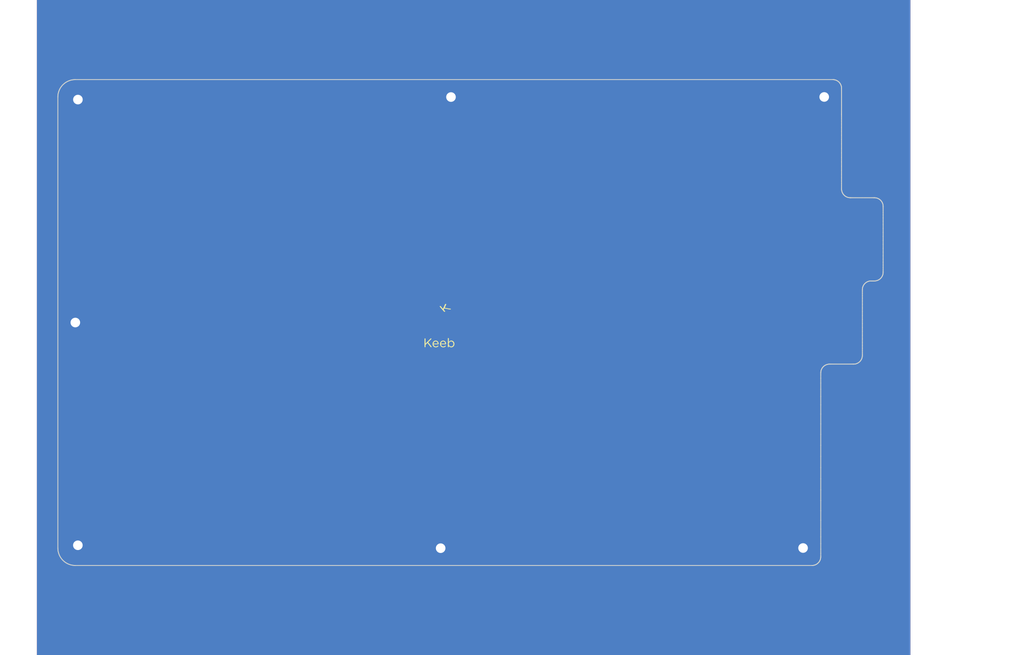
<source format=kicad_pcb>
(kicad_pcb (version 20221018) (generator pcbnew)
  (layers (0 "F.Cu" signal) (31 "B.Cu" signal) (34 "B.Paste" user) (35 "F.Paste" user) (36 "B.SilkS" user "B.Silkscreen") (37 "F.SilkS" user "F.Silkscreen") (38 "B.Mask" user) (39 "F.Mask" user) (44 "Edge.Cuts" user))
  (net 0 "")
  (net 1 "GND")
  (footprint "Keebio-Art:Keebio-TwoTone" (layer "F.Cu") (at 107.525 73.86)
    (fp_text reference "G***" hide)
    (fp_text value "LOGO" hide)
  )
  (footprint "Keebio-Parts:SolidCopper" (layer "F.Cu") (at 114.002248 75.009312)
    (fp_text reference "U3" hide)
    (fp_text value "HOLE")
    (pad "1" smd rect (at 0 0) (size 200 150) (layers "F.Cu" "F.Paste" "F.Mask"))
    (pad "1" smd rect (at 0 0) (size 200 150) (layers "B.Cu" "B.Paste" "B.Mask"))
  )
  (footprint "Mounting_Holes:MountingHole_2.2mm_M2" (layer "B.Cu") (at 194.27 22.21 180)
    (fp_text reference "REF**" hide)
    (fp_text value "MountingHole_2.2mm_M2" hide)
    (pad "" np_thru_hole circle (at 0 0 180) (size 2.2 2.2) (drill 2.2) (layers "*.Cu" "*.Mask"))
  )
  (footprint "Mounting_Holes:MountingHole_2.2mm_M2" (layer "B.Cu") (at 189.43 125.49 180)
    (fp_text reference "REF**" hide)
    (fp_text value "MountingHole_2.2mm_M2" hide)
    (pad "" np_thru_hole circle (at 0 0 180) (size 2.2 2.2) (drill 2.2) (layers "*.Cu" "*.Mask"))
  )
  (footprint "Mounting_Holes:MountingHole_2.2mm_M2" (layer "B.Cu") (at 106.445 125.53 180)
    (fp_text reference "REF**" hide)
    (fp_text value "MountingHole_2.2mm_M2" hide)
    (pad "" np_thru_hole circle (at 0 0 180) (size 2.2 2.2) (drill 2.2) (layers "*.Cu" "*.Mask"))
  )
  (footprint "Mounting_Holes:MountingHole_2.2mm_M2" (layer "B.Cu") (at 23.38 124.86 180)
    (fp_text reference "REF**" hide)
    (fp_text value "MountingHole_2.2mm_M2" hide)
    (pad "" np_thru_hole circle (at 0 0 180) (size 2.2 2.2) (drill 2.2) (layers "*.Cu" "*.Mask"))
  )
  (footprint "Mounting_Holes:MountingHole_2.2mm_M2" (layer "B.Cu") (at 22.8 73.86 180)
    (fp_text reference "REF**" hide)
    (fp_text value "MountingHole_2.2mm_M2" hide)
    (pad "" np_thru_hole circle (at 0 0 180) (size 2.2 2.2) (drill 2.2) (layers "*.Cu" "*.Mask"))
  )
  (footprint "Mounting_Holes:MountingHole_2.2mm_M2" (layer "B.Cu") (at 23.39 22.81 180)
    (fp_text reference "REF**" hide)
    (fp_text value "MountingHole_2.2mm_M2" hide)
    (pad "" np_thru_hole circle (at 0 0 180) (size 2.2 2.2) (drill 2.2) (layers "*.Cu" "*.Mask"))
  )
  (footprint "Mounting_Holes:MountingHole_2.2mm_M2" (layer "B.Cu") (at 108.815 22.23 180)
    (fp_text reference "REF**" hide)
    (fp_text value "MountingHole_2.2mm_M2" hide)
    (pad "" np_thru_hole circle (at 0 0 180) (size 2.2 2.2) (drill 2.2) (layers "*.Cu" "*.Mask"))
  )
  (gr_line (start 197.822315 19.006334) (end 197.759442 18.929669) (stroke (width 0.2)) (layer "Edge.Cuts"))
  (gr_line (start 22.581688 18.240555) (end 22.372141 18.257004) (stroke (width 0.2)) (layer "Edge.Cuts"))
  (gr_line (start 198.497852 83.385018) (end 198.15993 83.385018) (stroke (width 0.2)) (layer "Edge.Cuts"))
  (gr_line (start 21.19099 129.150792) (end 21.377404 129.226865) (stroke (width 0.2)) (layer "Edge.Cuts"))
  (gr_line (start 22.581688 129.479458) (end 22.794122 129.485003) (stroke (width 0.2)) (layer "Edge.Cuts"))
  (gr_line (start 205.836704 64.333905) (end 205.768405 64.335018) (stroke (width 0.2)) (layer "Edge.Cuts"))
  (gr_line (start 19.763478 128.09567) (end 19.896532 128.242518) (stroke (width 0.2)) (layer "Edge.Cuts"))
  (gr_line (start 206.227924 64.282195) (end 206.100214 64.307776) (stroke (width 0.2)) (layer "Edge.Cuts"))
  (gr_line (start 195.586534 83.385018) (end 195.508957 83.385018) (stroke (width 0.2)) (layer "Edge.Cuts"))
  (gr_line (start 202.938254 81.906311) (end 202.900823 82.029311) (stroke (width 0.2)) (layer "Edge.Cuts"))
  (gr_line (start 205.038357 64.335018) (end 205.021273 64.335018) (stroke (width 0.2)) (layer "Edge.Cuts"))
  (gr_line (start 205.541101 45.285018) (end 205.664897 45.285018) (stroke (width 0.2)) (layer "Edge.Cuts"))
  (gr_line (start 194.383509 83.713493) (end 194.280763 83.785876) (stroke (width 0.2)) (layer "Edge.Cuts"))
  (gr_line (start 203.006873 81.38501) (end 203.002445 81.519171) (stroke (width 0.2)) (layer "Edge.Cuts"))
  (gr_line (start 205.768405 64.335018) (end 205.76112 64.335018) (stroke (width 0.2)) (layer "Edge.Cuts"))
  (gr_line (start 191.795295 129.460467) (end 191.896766 129.441752) (stroke (width 0.2)) (layer "Edge.Cuts"))
  (gr_line (start 207.28995 63.634208) (end 207.205545 63.726894) (stroke (width 0.2)) (layer "Edge.Cuts"))
  (gr_line (start 207.537301 46.349092) (end 207.593084 46.46284) (stroke (width 0.2)) (layer "Edge.Cuts"))
  (gr_line (start 193.48211 99.465808) (end 193.48211 101.954971) (stroke (width 0.2)) (layer "Edge.Cuts"))
  (gr_line (start 207.751824 62.600961) (end 207.730334 62.730102) (stroke (width 0.2)) (layer "Edge.Cuts"))
  (gr_line (start 204.611769 64.374035) (end 204.48556 64.403635) (stroke (width 0.2)) (layer "Edge.Cuts"))
  (gr_line (start 19.637735 19.777661) (end 19.519579 19.937196) (stroke (width 0.2)) (layer "Edge.Cuts"))
  (gr_line (start 204.937522 45.285018) (end 205.172904 45.285018) (stroke (width 0.2)) (layer "Edge.Cuts"))
  (gr_line (start 198.200864 19.819344) (end 198.177111 19.719732) (stroke (width 0.2)) (layer "Edge.Cuts"))
  (gr_line (start 192.709783 129.063203) (end 192.786449 129.00033) (stroke (width 0.2)) (layer "Edge.Cuts"))
  (gr_line (start 200.046586 83.385018) (end 199.77065 83.385018) (stroke (width 0.2)) (layer "Edge.Cuts"))
  (gr_line (start 198.244115 26.418924) (end 198.244115 26.731377) (stroke (width 0.2)) (layer "Edge.Cuts"))
  (gr_line (start 193.48211 119.138642) (end 193.48211 121.146862) (stroke (width 0.2)) (layer "Edge.Cuts"))
  (gr_line (start 195.347935 83.389446) (end 195.216145 83.402545) (stroke (width 0.2)) (layer "Edge.Cuts"))
  (gr_line (start 199.093547 44.92113) (end 199.198633 44.990334) (stroke (width 0.2)) (layer "Edge.Cuts"))
  (gr_line (start 193.483223 85.317644) (end 193.48211 85.43689) (stroke (width 0.2)) (layer "Edge.Cuts"))
  (gr_line (start 205.158022 64.335018) (end 205.121651 64.335018) (stroke (width 0.2)) (layer "Edge.Cuts"))
  (gr_line (start 192.929919 128.863756) (end 192.996447 128.790332) (stroke (width 0.2)) (layer "Edge.Cuts"))
  (gr_line (start 203.614986 64.898814) (end 203.527751 64.988809) (stroke (width 0.2)) (layer "Edge.Cuts"))
  (gr_line (start 19.409287 20.102659) (end 19.307135 20.273775) (stroke (width 0.2)) (layer "Edge.Cuts"))
  (gr_line (start 198.248543 43.419171) (end 198.261643 43.550961) (stroke (width 0.2)) (layer "Edge.Cuts"))
  (gr_line (start 204.38673 45.285018) (end 204.673961 45.285018) (stroke (width 0.2)) (layer "Edge.Cuts"))
  (gr_line (start 18.843222 126.113358) (end 18.880651 126.316301) (stroke (width 0.2)) (layer "Edge.Cuts"))
  (gr_line (start 207.769352 48.62167) (end 207.769352 49.219838) (stroke (width 0.2)) (layer "Edge.Cuts"))
  (gr_line (start 204.362561 64.441065) (end 204.243053 64.486047) (stroke (width 0.2)) (layer "Edge.Cuts"))
  (gr_line (start 193.48211 104.504252) (end 193.48211 107.079298) (stroke (width 0.2)) (layer "Edge.Cuts"))
  (gr_line (start 198.077008 19.43343) (end 198.034486 19.342635) (stroke (width 0.2)) (layer "Edge.Cuts"))
  (gr_line (start 198.244115 26.731377) (end 198.244115 27.179478) (stroke (width 0.2)) (layer "Edge.Cuts"))
  (gr_line (start 193.173546 128.551166) (end 193.224622 128.465608) (stroke (width 0.2)) (layer "Edge.Cuts"))
  (gr_line (start 193.509351 85.054134) (end 193.492022 85.184634) (stroke (width 0.2)) (layer "Edge.Cuts"))
  (gr_line (start 207.769352 50.652575) (end 207.769352 51.462583) (stroke (width 0.2)) (layer "Edge.Cuts"))
  (gr_line (start 202.803588 82.264558) (end 202.744345 82.376246) (stroke (width 0.2)) (layer "Edge.Cuts"))
  (gr_line (start 191.481113 129.485003) (end 191.58733 129.482231) (stroke (width 0.2)) (layer "Edge.Cuts"))
  (gr_line (start 198.832394 83.385018) (end 198.497852 83.385018) (stroke (width 0.2)) (layer "Edge.Cuts"))
  (gr_line (start 205.376433 64.335018) (end 205.329951 64.335018) (stroke (width 0.2)) (layer "Edge.Cuts"))
  (gr_line (start 197.491974 83.385018) (end 197.170957 83.385018) (stroke (width 0.2)) (layer "Edge.Cuts"))
  (gr_line (start 196.864591 83.385018) (end 196.577385 83.385018) (stroke (width 0.2)) (layer "Edge.Cuts"))
  (gr_line (start 198.244115 43.28501) (end 198.248543 43.419171) (stroke (width 0.2)) (layer "Edge.Cuts"))
  (gr_line (start 198.244115 24.569532) (end 198.244115 24.89246) (stroke (width 0.2)) (layer "Edge.Cuts"))
  (gr_line (start 198.244115 36.060332) (end 198.244115 37.082325) (stroke (width 0.2)) (layer "Edge.Cuts"))
  (gr_line (start 192.282682 129.317896) (end 192.373478 129.275374) (stroke (width 0.2)) (layer "Edge.Cuts"))
  (gr_line (start 207.115549 63.81413) (end 207.020242 63.895635) (stroke (width 0.2)) (layer "Edge.Cuts"))
  (gr_line (start 19.2134 127.269729) (end 19.307135 127.446222) (stroke (width 0.2)) (layer "Edge.Cuts"))
  (gr_line (start 198.219579 19.920815) (end 198.200864 19.819344) (stroke (width 0.2)) (layer "Edge.Cuts"))
  (gr_line (start 196.078485 83.385018) (end 195.875806 83.385018) (stroke (width 0.2)) (layer "Edge.Cuts"))
  (gr_line (start 198.244115 23.143183) (end 198.244115 23.510174) (stroke (width 0.2)) (layer "Edge.Cuts"))
  (gr_line (start 22.794122 129.485003) (end 191.481113 129.485003) (stroke (width 0.2)) (layer "Edge.Cuts"))
  (gr_line (start 193.352049 128.193358) (end 193.385463 128.097877) (stroke (width 0.2)) (layer "Edge.Cuts"))
  (gr_line (start 20.183468 128.515665) (end 20.336797 128.641409) (stroke (width 0.2)) (layer "Edge.Cuts"))
  (gr_line (start 202.744345 82.376246) (end 202.678391 82.483604) (stroke (width 0.2)) (layer "Edge.Cuts"))
  (gr_line (start 18.816145 125.906974) (end 18.843222 126.113358) (stroke (width 0.2)) (layer "Edge.Cuts"))
  (gr_line (start 196.95247 18.364078) (end 196.856989 18.330665) (stroke (width 0.2)) (layer "Edge.Cuts"))
  (gr_line (start 197.472778 18.656802) (end 197.39301 18.597724) (stroke (width 0.2)) (layer "Edge.Cuts"))
  (gr_line (start 206.70526 64.102967) (end 206.591512 64.15875) (stroke (width 0.2)) (layer "Edge.Cuts"))
  (gr_line (start 196.759373 18.302013) (end 196.659761 18.278261) (stroke (width 0.2)) (layer "Edge.Cuts"))
  (gr_line (start 205.239942 64.335018) (end 205.19766 64.335018) (stroke (width 0.2)) (layer "Edge.Cuts"))
  (gr_line (start 203.006873 76.784389) (end 203.006873 77.618959) (stroke (width 0.2)) (layer "Edge.Cuts"))
  (gr_line (start 198.244115 27.179478) (end 198.244115 27.749313) (stroke (width 0.2)) (layer "Edge.Cuts"))
  (gr_line (start 198.244115 20.264168) (end 198.244115 20.348419) (stroke (width 0.2)) (layer "Edge.Cuts"))
  (gr_line (start 203.006873 69.702575) (end 203.006873 70.512583) (stroke (width 0.2)) (layer "Edge.Cuts"))
  (gr_line (start 201.000057 83.385018) (end 200.947274 83.385018) (stroke (width 0.2)) (layer "Edge.Cuts"))
  (gr_line (start 193.845991 84.23445) (end 193.776788 84.339536) (stroke (width 0.2)) (layer "Edge.Cuts"))
  (gr_line (start 200.043731 45.275105) (end 200.176741 45.283905) (stroke (width 0.2)) (layer "Edge.Cuts"))
  (gr_line (start 206.814818 64.040334) (end 206.70526 64.102967) (stroke (width 0.2)) (layer "Edge.Cuts"))
  (gr_line (start 193.776788 84.339536) (end 193.714156 84.449092) (stroke (width 0.2)) (layer "Edge.Cuts"))
  (gr_line (start 198.244115 25.902655) (end 198.244115 26.060345) (stroke (width 0.2)) (layer "Edge.Cuts"))
  (gr_line (start 195.087005 83.424035) (end 194.960796 83.453635) (stroke (width 0.2)) (layer "Edge.Cuts"))
  (gr_line (start 19.763478 19.624332) (end 19.637735 19.777661) (stroke (width 0.2)) (layer "Edge.Cuts"))
  (gr_line (start 198.244115 28.426971) (end 198.244115 29.198539) (stroke (width 0.2)) (layer "Edge.Cuts"))
  (gr_line (start 205.010566 64.335018) (end 205.006859 64.335018) (stroke (width 0.2)) (layer "Edge.Cuts"))
  (gr_line (start 201.465446 83.332195) (end 201.337736 83.357776) (stroke (width 0.2)) (layer "Edge.Cuts"))
  (gr_line (start 205.903505 45.289446) (end 206.035296 45.302545) (stroke (width 0.2)) (layer "Edge.Cuts"))
  (gr_line (start 199.421937 45.10875) (end 199.539595 45.157403) (stroke (width 0.2)) (layer "Edge.Cuts"))
  (gr_line (start 18.843222 21.606635) (end 18.816145 21.813019) (stroke (width 0.2)) (layer "Edge.Cuts"))
  (gr_line (start 207.769352 47.447337) (end 207.769352 47.723139) (stroke (width 0.2)) (layer "Edge.Cuts"))
  (gr_line (start 18.799695 22.022567) (end 18.794151 22.235003) (stroke (width 0.2)) (layer "Edge.Cuts"))
  (gr_line (start 19.307135 127.446222) (end 19.409287 127.617339) (stroke (width 0.2)) (layer "Edge.Cuts"))
  (gr_line (start 199.77065 83.385018) (end 199.473301 83.385018) (stroke (width 0.2)) (layer "Edge.Cuts"))
  (gr_line (start 20.496331 18.96044) (end 20.336797 19.078596) (stroke (width 0.2)) (layer "Edge.Cuts"))
  (gr_line (start 203.006873 67.67167) (end 203.006873 68.269838) (stroke (width 0.2)) (layer "Edge.Cuts"))
  (gr_line (start 207.769352 60.710389) (end 207.769352 61.262504) (stroke (width 0.2)) (layer "Edge.Cuts"))
  (gr_line (start 192.093994 129.389346) (end 192.189474 129.355933) (stroke (width 0.2)) (layer "Edge.Cuts"))
  (gr_line (start 202.527472 82.684208) (end 202.443066 82.776894) (stroke (width 0.2)) (layer "Edge.Cuts"))
  (gr_line (start 203.183137 65.51284) (end 203.134485 65.630497) (stroke (width 0.2)) (layer "Edge.Cuts"))
  (gr_line (start 207.769352 47.723139) (end 207.769352 48.118677) (stroke (width 0.2)) (layer "Edge.Cuts"))
  (gr_line (start 205.089168 64.335018) (end 205.061196 64.335018) (stroke (width 0.2)) (layer "Edge.Cuts"))
  (gr_line (start 198.993211 44.845635) (end 199.093547 44.92113) (stroke (width 0.2)) (layer "Edge.Cuts"))
  (gr_line (start 207.769352 54.119798) (end 207.769352 55.040332) (stroke (width 0.2)) (layer "Edge.Cuts"))
  (gr_line (start 207.205545 63.726894) (end 207.115549 63.81413) (stroke (width 0.2)) (layer "Edge.Cuts"))
  (gr_line (start 198.244115 26.060345) (end 198.244115 26.170299) (stroke (width 0.2)) (layer "Edge.Cuts"))
  (gr_line (start 205.671319 64.335018) (end 205.636814 64.335018) (stroke (width 0.2)) (layer "Edge.Cuts"))
  (gr_line (start 194.002988 84.038809) (end 193.921484 84.134114) (stroke (width 0.2)) (layer "Edge.Cuts"))
  (gr_line (start 21.962818 129.398501) (end 22.165759 129.435931) (stroke (width 0.2)) (layer "Edge.Cuts"))
  (gr_line (start 199.30819 45.052967) (end 199.421937 45.10875) (stroke (width 0.2)) (layer "Edge.Cuts"))
  (gr_line (start 195.508957 83.385018) (end 195.482096 83.385018) (stroke (width 0.2)) (layer "Edge.Cuts"))
  (gr_line (start 193.271491 128.377361) (end 193.314012 128.286565) (stroke (width 0.2)) (layer "Edge.Cuts"))
  (gr_line (start 207.769352 52.318643) (end 207.769352 53.208475) (stroke (width 0.2)) (layer "Edge.Cuts"))
  (gr_line (start 203.006873 80.763305) (end 203.006873 81.10051) (stroke (width 0.2)) (layer "Edge.Cuts"))
  (gr_line (start 203.006873 75.909908) (end 203.006873 76.784389) (stroke (width 0.2)) (layer "Edge.Cuts"))
  (gr_line (start 198.244115 33.978084) (end 198.244115 35.020947) (stroke (width 0.2)) (layer "Edge.Cuts"))
  (gr_line (start 203.006873 72.258475) (end 203.006873 73.169798) (stroke (width 0.2)) (layer "Edge.Cuts"))
  (gr_line (start 203.059694 65.876425) (end 203.034114 66.004134) (stroke (width 0.2)) (layer "Edge.Cuts"))
  (gr_line (start 18.880651 21.403692) (end 18.843222 21.606635) (stroke (width 0.2)) (layer "Edge.Cuts"))
  (gr_line (start 202.092079 45.285018) (end 202.418759 45.285018) (stroke (width 0.2)) (layer "Edge.Cuts"))
  (gr_line (start 198.897906 44.76413) (end 198.993211 44.845635) (stroke (width 0.2)) (layer "Edge.Cuts"))
  (gr_line (start 203.006873 66.497337) (end 203.006873 66.773139) (stroke (width 0.2)) (layer "Edge.Cuts"))
  (gr_line (start 196.455098 18.246007) (end 196.350325 18.237783) (stroke (width 0.2)) (layer "Edge.Cuts"))
  (gr_line (start 203.006873 73.169798) (end 203.006873 74.090332) (stroke (width 0.2)) (layer "Edge.Cuts"))
  (gr_line (start 204.080338 45.285018) (end 204.38673 45.285018) (stroke (width 0.2)) (layer "Edge.Cuts"))
  (gr_line (start 199.473301 83.385018) (end 199.159046 83.385018) (stroke (width 0.2)) (layer "Edge.Cuts"))
  (gr_line (start 202.052339 83.090334) (end 201.942782 83.152967) (stroke (width 0.2)) (layer "Edge.Cuts"))
  (gr_line (start 20.336797 128.641409) (end 20.496331 128.759567) (stroke (width 0.2)) (layer "Edge.Cuts"))
  (gr_line (start 198.244115 25.192132) (end 198.244115 25.463652) (stroke (width 0.2)) (layer "Edge.Cuts"))
  (gr_line (start 196.659761 18.278261) (end 196.55829 18.259546) (stroke (width 0.2)) (layer "Edge.Cuts"))
  (gr_line (start 202.35307 82.86413) (end 202.257764 82.945635) (stroke (width 0.2)) (layer "Edge.Cuts"))
  (gr_line (start 205.021273 64.335018) (end 205.010566 64.335018) (stroke (width 0.2)) (layer "Edge.Cuts"))
  (gr_line (start 205.006859 64.335018) (end 204.872698 64.339446) (stroke (width 0.2)) (layer "Edge.Cuts"))
  (gr_line (start 207.730334 62.730102) (end 207.700733 62.856311) (stroke (width 0.2)) (layer "Edge.Cuts"))
  (gr_line (start 201.711374 83.257403) (end 201.590085 83.298644) (stroke (width 0.2)) (layer "Edge.Cuts"))
  (gr_line (start 207.769352 51.462583) (end 207.769352 52.318643) (stroke (width 0.2)) (layer "Edge.Cuts"))
  (gr_line (start 198.312732 43.806311) (end 198.350163 43.929311) (stroke (width 0.2)) (layer "Edge.Cuts"))
  (gr_line (start 198.244115 20.234996) (end 198.244115 20.264168) (stroke (width 0.2)) (layer "Edge.Cuts"))
  (gr_line (start 202.443066 82.776894) (end 202.35307 82.86413) (stroke (width 0.2)) (layer "Edge.Cuts"))
  (gr_line (start 205.742481 45.285018) (end 205.769345 45.285018) (stroke (width 0.2)) (layer "Edge.Cuts"))
  (gr_line (start 204.673961 45.285018) (end 204.937522 45.285018) (stroke (width 0.2)) (layer "Edge.Cuts"))
  (gr_line (start 206.970685 45.685876) (end 207.068542 45.76441) (stroke (width 0.2)) (layer "Edge.Cuts"))
  (gr_line (start 191.996378 129.417999) (end 192.093994 129.389346) (stroke (width 0.2)) (layer "Edge.Cuts"))
  (gr_line (start 191.896766 129.441752) (end 191.996378 129.417999) (stroke (width 0.2)) (layer "Edge.Cuts"))
  (gr_line (start 193.609722 84.680497) (end 193.568481 84.801786) (stroke (width 0.2)) (layer "Edge.Cuts"))
  (gr_line (start 193.48211 87.717073) (end 193.48211 89.124115) (stroke (width 0.2)) (layer "Edge.Cuts"))
  (gr_line (start 193.48211 122.940377) (end 193.48211 124.484831) (stroke (width 0.2)) (layer "Edge.Cuts"))
  (gr_line (start 205.19766 64.335018) (end 205.158022 64.335018) (stroke (width 0.2)) (layer "Edge.Cuts"))
  (gr_line (start 193.48211 109.645755) (end 193.48211 112.169271) (stroke (width 0.2)) (layer "Edge.Cuts"))
  (gr_line (start 19.128358 20.631859) (end 19.052286 20.818273) (stroke (width 0.2)) (layer "Edge.Cuts"))
  (gr_line (start 198.506638 44.276246) (end 198.57259 44.383604) (stroke (width 0.2)) (layer "Edge.Cuts"))
  (gr_line (start 19.2134 20.450267) (end 19.128358 20.631859) (stroke (width 0.2)) (layer "Edge.Cuts"))
  (gr_line (start 203.006873 66.353552) (end 203.006873 66.497337) (stroke (width 0.2)) (layer "Edge.Cuts"))
  (gr_line (start 200.25091 45.285018) (end 200.303698 45.285018) (stroke (width 0.2)) (layer "Edge.Cuts"))
  (gr_line (start 201.074225 83.383905) (end 201.000057 83.385018) (stroke (width 0.2)) (layer "Edge.Cuts"))
  (gr_line (start 207.474668 46.239536) (end 207.537301 46.349092) (stroke (width 0.2)) (layer "Edge.Cuts"))
  (gr_line (start 207.769352 61.713305) (end 207.769352 62.05051) (stroke (width 0.2)) (layer "Edge.Cuts"))
  (gr_line (start 200.947274 83.385018) (end 200.846029 83.385018) (stroke (width 0.2)) (layer "Edge.Cuts"))
  (gr_line (start 200.550164 45.285018) (end 200.734825 45.285018) (stroke (width 0.2)) (layer "Edge.Cuts"))
  (gr_line (start 21.377404 18.493146) (end 21.19099 18.569218) (stroke (width 0.2)) (layer "Edge.Cuts"))
  (gr_line (start 18.928156 21.204466) (end 18.880651 21.403692) (stroke (width 0.2)) (layer "Edge.Cuts"))
  (gr_line (start 206.290645 45.353635) (end 206.413645 45.391065) (stroke (width 0.2)) (layer "Edge.Cuts"))
  (gr_line (start 207.506823 63.326246) (end 207.44087 63.433604) (stroke (width 0.2)) (layer "Edge.Cuts"))
  (gr_line (start 18.794151 125.484989) (end 18.794151 22.235003) (stroke (width 0.2)) (layer "Edge.Cuts"))
  (gr_line (start 18.816145 21.813019) (end 18.799695 22.022567) (stroke (width 0.2)) (layer "Edge.Cuts"))
  (gr_line (start 200.846029 83.385018) (end 200.700829 83.385018) (stroke (width 0.2)) (layer "Edge.Cuts"))
  (gr_line (start 19.519579 127.782804) (end 19.637735 127.942339) (stroke (width 0.2)) (layer "Edge.Cuts"))
  (gr_line (start 205.664897 45.285018) (end 205.742481 45.285018) (stroke (width 0.2)) (layer "Edge.Cuts"))
  (gr_line (start 194.182908 83.86441) (end 194.090223 83.948814) (stroke (width 0.2)) (layer "Edge.Cuts"))
  (gr_line (start 207.769352 55.957795) (end 207.769352 56.859908) (stroke (width 0.2)) (layer "Edge.Cuts"))
  (gr_line (start 194.280763 83.785876) (end 194.182908 83.86441) (stroke (width 0.2)) (layer "Edge.Cuts"))
  (gr_line (start 206.76058 45.54754) (end 206.867938 45.613493) (stroke (width 0.2)) (layer "Edge.Cuts"))
  (gr_line (start 194.602552 83.588298) (end 194.490865 83.64754) (stroke (width 0.2)) (layer "Edge.Cuts"))
  (gr_line (start 205.172904 45.285018) (end 205.3756 45.285018) (stroke (width 0.2)) (layer "Edge.Cuts"))
  (gr_line (start 203.446247 65.084114) (end 203.370754 65.18445) (stroke (width 0.2)) (layer "Edge.Cuts"))
  (gr_line (start 192.461724 129.228506) (end 192.547283 129.177429) (stroke (width 0.2)) (layer "Edge.Cuts"))
  (gr_line (start 203.006873 68.9509) (end 203.006873 69.702575) (stroke (width 0.2)) (layer "Edge.Cuts"))
  (gr_line (start 198.244115 29.198539) (end 198.244115 30.050104) (stroke (width 0.2)) (layer "Edge.Cuts"))
  (gr_line (start 198.244115 20.348419) (end 198.244115 20.482853) (stroke (width 0.2)) (layer "Edge.Cuts"))
  (gr_line (start 200.516183 83.385018) (end 200.2966 83.385018) (stroke (width 0.2)) (layer "Edge.Cuts"))
  (gr_line (start 195.875806 83.385018) (end 195.71032 83.385018) (stroke (width 0.2)) (layer "Edge.Cuts"))
  (gr_line (start 198.244115 42.962703) (end 198.244115 43.202115) (stroke (width 0.2)) (layer "Edge.Cuts"))
  (gr_line (start 204.015629 64.59754) (end 203.908272 64.663493) (stroke (width 0.2)) (layer "Edge.Cuts"))
  (gr_line (start 198.261643 43.550961) (end 198.283132 43.680102) (stroke (width 0.2)) (layer "Edge.Cuts"))
  (gr_line (start 197.987618 19.254389) (end 197.936541 19.168832) (stroke (width 0.2)) (layer "Edge.Cuts"))
  (gr_line (start 198.244115 39.018491) (end 198.244115 39.904837) (stroke (width 0.2)) (layer "Edge.Cuts"))
  (gr_line (start 206.473853 64.207403) (end 206.352564 64.248644) (stroke (width 0.2)) (layer "Edge.Cuts"))
  (gr_line (start 18.928156 126.515527) (end 18.98546 126.710759) (stroke (width 0.2)) (layer "Edge.Cuts"))
  (gr_line (start 193.470123 127.695986) (end 193.478347 127.591213) (stroke (width 0.2)) (layer "Edge.Cuts"))
  (gr_line (start 201.777797 45.285018) (end 202.092079 45.285018) (stroke (width 0.2)) (layer "Edge.Cuts"))
  (gr_line (start 198.283132 43.680102) (end 198.312732 43.806311) (stroke (width 0.2)) (layer "Edge.Cuts"))
  (gr_line (start 206.648892 45.488298) (end 206.76058 45.54754) (stroke (width 0.2)) (layer "Edge.Cuts"))
  (gr_line (start 207.769352 53.208475) (end 207.769352 54.119798) (stroke (width 0.2)) (layer "Edge.Cuts"))
  (gr_line (start 207.769352 62.261838) (end 207.769352 62.33501) (stroke (width 0.2)) (layer "Edge.Cuts"))
  (gr_line (start 22.165759 18.284082) (end 21.962818 18.321511) (stroke (width 0.2)) (layer "Edge.Cuts"))
  (gr_line (start 207.769352 61.262504) (end 207.769352 61.713305) (stroke (width 0.2)) (layer "Edge.Cuts"))
  (gr_line (start 20.336797 19.078596) (end 20.183468 19.20434) (stroke (width 0.2)) (layer "Edge.Cuts"))
  (gr_line (start 20.832909 18.747995) (end 20.661794 18.850147) (stroke (width 0.2)) (layer "Edge.Cuts"))
  (gr_line (start 205.769345 45.285018) (end 205.903505 45.289446) (stroke (width 0.2)) (layer "Edge.Cuts"))
  (gr_line (start 200.176741 45.283905) (end 200.25091 45.285018) (stroke (width 0.2)) (layer "Edge.Cuts"))
  (gr_line (start 197.310278 18.542578) (end 197.22472 18.491503) (stroke (width 0.2)) (layer "Edge.Cuts"))
  (gr_line (start 192.189474 129.355933) (end 192.282682 129.317896) (stroke (width 0.2)) (layer "Edge.Cuts"))
  (gr_line (start 203.006873 81.311838) (end 203.006873 81.38501) (stroke (width 0.2)) (layer "Edge.Cuts"))
  (gr_line (start 199.198633 44.990334) (end 199.30819 45.052967) (stroke (width 0.2)) (layer "Edge.Cuts"))
  (gr_line (start 193.48211 89.124115) (end 193.48211 90.797394) (stroke (width 0.2)) (layer "Edge.Cuts"))
  (gr_line (start 193.48211 126.689151) (end 193.48211 127.280309) (stroke (width 0.2)) (layer "Edge.Cuts"))
  (gr_line (start 201.204463 45.285018) (end 201.480422 45.285018) (stroke (width 0.2)) (layer "Edge.Cuts"))
  (gr_line (start 20.832909 128.972013) (end 21.0094 129.065749) (stroke (width 0.2)) (layer "Edge.Cuts"))
  (gr_line (start 198.244115 23.873493) (end 198.244115 24.228244) (stroke (width 0.2)) (layer "Edge.Cuts"))
  (gr_line (start 200.954428 45.285018) (end 201.204463 45.285018) (stroke (width 0.2)) (layer "Edge.Cuts"))
  (gr_line (start 207.769352 59.351335) (end 207.769352 60.069239) (stroke (width 0.2)) (layer "Edge.Cuts"))
  (gr_line (start 202.753329 45.285018) (end 203.091281 45.285018) (stroke (width 0.2)) (layer "Edge.Cuts"))
  (gr_line (start 21.962818 18.321511) (end 21.763594 18.369016) (stroke (width 0.2)) (layer "Edge.Cuts"))
  (gr_line (start 207.71653 46.826425) (end 207.74211 46.954134) (stroke (width 0.2)) (layer "Edge.Cuts"))
  (gr_line (start 205.701624 64.335018) (end 205.671319 64.335018) (stroke (width 0.2)) (layer "Edge.Cuts"))
  (gr_line (start 199.539595 45.157403) (end 199.660883 45.198644) (stroke (width 0.2)) (layer "Edge.Cuts"))
  (gr_line (start 207.75944 47.084634) (end 207.768239 47.217644) (stroke (width 0.2)) (layer "Edge.Cuts"))
  (gr_line (start 193.05932 128.713667) (end 193.118399 128.633899) (stroke (width 0.2)) (layer "Edge.Cuts"))
  (gr_line (start 203.134485 65.630497) (end 203.093245 65.751786) (stroke (width 0.2)) (layer "Edge.Cuts"))
  (gr_line (start 199.159046 83.385018) (end 198.832394 83.385018) (stroke (width 0.2)) (layer "Edge.Cuts"))
  (gr_line (start 198.244115 20.234996) (end 198.241343 20.128779) (stroke (width 0.2)) (layer "Edge.Cuts"))
  (gr_line (start 197.692914 18.856246) (end 197.622868 18.786201) (stroke (width 0.2)) (layer "Edge.Cuts"))
  (gr_line (start 205.121651 64.335018) (end 205.089168 64.335018) (stroke (width 0.2)) (layer "Edge.Cuts"))
  (gr_line (start 203.370754 65.18445) (end 203.301551 65.289536) (stroke (width 0.2)) (layer "Edge.Cuts"))
  (gr_line (start 20.183468 19.20434) (end 20.036621 19.337395) (stroke (width 0.2)) (layer "Edge.Cuts"))
  (gr_line (start 18.794151 125.484989) (end 18.799695 125.697425) (stroke (width 0.2)) (layer "Edge.Cuts"))
  (gr_line (start 193.48211 124.484831) (end 193.48211 125.745874) (stroke (width 0.2)) (layer "Edge.Cuts"))
  (gr_line (start 20.661794 128.86986) (end 20.832909 128.972013) (stroke (width 0.2)) (layer "Edge.Cuts"))
  (gr_line (start 192.996447 128.790332) (end 193.05932 128.713667) (stroke (width 0.2)) (layer "Edge.Cuts"))
  (gr_line (start 198.244115 30.050104) (end 198.244115 30.967753) (stroke (width 0.2)) (layer "Edge.Cuts"))
  (gr_line (start 205.636814 64.335018) (end 205.598732 64.335018) (stroke (width 0.2)) (layer "Edge.Cuts"))
  (gr_line (start 203.006873 66.773139) (end 203.006873 67.168677) (stroke (width 0.2)) (layer "Edge.Cuts"))
  (gr_line (start 193.48211 85.43689) (end 193.48211 85.839107) (stroke (width 0.2)) (layer "Edge.Cuts"))
  (gr_line (start 198.57259 44.383604) (end 198.644973 44.486351) (stroke (width 0.2)) (layer "Edge.Cuts"))
  (gr_line (start 191.58733 129.482231) (end 191.692103 129.474006) (stroke (width 0.2)) (layer "Edge.Cuts"))
  (gr_line (start 198.244115 43.202115) (end 198.244115 43.28501) (stroke (width 0.2)) (layer "Edge.Cuts"))
  (gr_line (start 206.533154 45.436047) (end 206.648892 45.488298) (stroke (width 0.2)) (layer "Edge.Cuts"))
  (gr_line (start 198.244115 26.256031) (end 198.244115 26.418924) (stroke (width 0.2)) (layer "Edge.Cuts"))
  (gr_line (start 198.244115 41.444494) (end 198.244115 42.06998) (stroke (width 0.2)) (layer "Edge.Cuts"))
  (gr_line (start 194.490865 83.64754) (end 194.383509 83.713493) (stroke (width 0.2)) (layer "Edge.Cuts"))
  (gr_line (start 204.740908 64.352545) (end 204.611769 64.374035) (stroke (width 0.2)) (layer "Edge.Cuts"))
  (gr_line (start 19.637735 127.942339) (end 19.763478 128.09567) (stroke (width 0.2)) (layer "Edge.Cuts"))
  (gr_line (start 205.284247 64.335018) (end 205.239942 64.335018) (stroke (width 0.2)) (layer "Edge.Cuts"))
  (gr_line (start 22.372141 129.463009) (end 22.581688 129.479458) (stroke (width 0.2)) (layer "Edge.Cuts"))
  (gr_line (start 205.514323 64.335018) (end 205.469241 64.335018) (stroke (width 0.2)) (layer "Edge.Cuts"))
  (gr_line (start 19.896532 19.477484) (end 19.763478 19.624332) (stroke (width 0.2)) (layer "Edge.Cuts"))
  (gr_line (start 206.164436 45.324035) (end 206.290645 45.353635) (stroke (width 0.2)) (layer "Edge.Cuts"))
  (gr_line (start 200.700829 83.385018) (end 200.516183 83.385018) (stroke (width 0.2)) (layer "Edge.Cuts"))
  (gr_line (start 207.068542 45.76441) (end 207.161228 45.848814) (stroke (width 0.2)) (layer "Edge.Cuts"))
  (gr_line (start 203.006873 71.368643) (end 203.006873 72.258475) (stroke (width 0.2)) (layer "Edge.Cuts"))
  (gr_line (start 20.661794 18.850147) (end 20.496331 18.96044) (stroke (width 0.2)) (layer "Edge.Cuts"))
  (gr_line (start 198.447396 44.164558) (end 198.506638 44.276246) (stroke (width 0.2)) (layer "Edge.Cuts"))
  (gr_line (start 193.568481 84.801786) (end 193.534931 84.926425) (stroke (width 0.2)) (layer "Edge.Cuts"))
  (gr_line (start 21.0094 129.065749) (end 21.19099 129.150792) (stroke (width 0.2)) (layer "Edge.Cuts"))
  (gr_line (start 205.76112 64.335018) (end 205.747147 64.335018) (stroke (width 0.2)) (layer "Edge.Cuts"))
  (gr_line (start 193.48211 107.079298) (end 193.48211 109.645755) (stroke (width 0.2)) (layer "Edge.Cuts"))
  (gr_line (start 19.052286 126.901721) (end 19.128358 127.088137) (stroke (width 0.2)) (layer "Edge.Cuts"))
  (gr_line (start 201.207236 83.375105) (end 201.074225 83.383905) (stroke (width 0.2)) (layer "Edge.Cuts"))
  (gr_line (start 198.244115 42.06998) (end 198.244115 42.580687) (stroke (width 0.2)) (layer "Edge.Cuts"))
  (gr_line (start 206.035296 45.302545) (end 206.164436 45.324035) (stroke (width 0.2)) (layer "Edge.Cuts"))
  (gr_line (start 21.568364 129.293692) (end 21.763594 129.350996) (stroke (width 0.2)) (layer "Edge.Cuts"))
  (gr_line (start 203.016785 66.134634) (end 203.007986 66.267644) (stroke (width 0.2)) (layer "Edge.Cuts"))
  (gr_line (start 203.428105 45.285018) (end 203.759294 45.285018) (stroke (width 0.2)) (layer "Edge.Cuts"))
  (gr_line (start 197.823134 83.385018) (end 197.491974 83.385018) (stroke (width 0.2)) (layer "Edge.Cuts"))
  (gr_line (start 207.74211 46.954134) (end 207.75944 47.084634) (stroke (width 0.2)) (layer "Edge.Cuts"))
  (gr_line (start 205.3756 45.285018) (end 205.541101 45.285018) (stroke (width 0.2)) (layer "Edge.Cuts"))
  (gr_line (start 205.557694 64.335018) (end 205.514323 64.335018) (stroke (width 0.2)) (layer "Edge.Cuts"))
  (gr_line (start 198.244115 24.89246) (end 198.244115 25.192132) (stroke (width 0.2)) (layer "Edge.Cuts"))
  (gr_line (start 203.006873 78.401335) (end 203.006873 79.119239) (stroke (width 0.2)) (layer "Edge.Cuts"))
  (gr_line (start 201.337736 83.357776) (end 201.207236 83.375105) (stroke (width 0.2)) (layer "Edge.Cuts"))
  (gr_line (start 203.006873 75.007795) (end 203.006873 75.909908) (stroke (width 0.2)) (layer "Edge.Cuts"))
  (gr_line (start 205.469241 64.335018) (end 205.42307 64.335018) (stroke (width 0.2)) (layer "Edge.Cuts"))
  (gr_line (start 18.880651 126.316301) (end 18.928156 126.515527) (stroke (width 0.2)) (layer "Edge.Cuts"))
  (gr_line (start 200.734825 45.285018) (end 200.954428 45.285018) (stroke (width 0.2)) (layer "Edge.Cuts"))
  (gr_line (start 199.660883 45.198644) (end 199.785522 45.232195) (stroke (width 0.2)) (layer "Edge.Cuts"))
  (gr_line (start 203.007986 66.267644) (end 203.006873 66.353552) (stroke (width 0.2)) (layer "Edge.Cuts"))
  (gr_line (start 196.55829 18.259546) (end 196.455098 18.246007) (stroke (width 0.2)) (layer "Edge.Cuts"))
  (gr_line (start 198.244115 22.417768) (end 198.244115 22.777415) (stroke (width 0.2)) (layer "Edge.Cuts"))
  (gr_line (start 205.598732 64.335018) (end 205.557694 64.335018) (stroke (width 0.2)) (layer "Edge.Cuts"))
  (gr_line (start 198.723507 44.584208) (end 198.807911 44.676894) (stroke (width 0.2)) (layer "Edge.Cuts"))
  (gr_line (start 207.663301 62.979311) (end 207.618319 63.098819) (stroke (width 0.2)) (layer "Edge.Cuts"))
  (gr_line (start 21.568364 18.42632) (end 21.377404 18.493146) (stroke (width 0.2)) (layer "Edge.Cuts"))
  (gr_line (start 192.373478 129.275374) (end 192.461724 129.228506) (stroke (width 0.2)) (layer "Edge.Cuts"))
  (gr_line (start 206.919905 63.97113) (end 206.814818 64.040334) (stroke (width 0.2)) (layer "Edge.Cuts"))
  (gr_line (start 198.244115 42.580687) (end 198.244115 42.962703) (stroke (width 0.2)) (layer "Edge.Cuts"))
  (gr_line (start 205.727108 64.335018) (end 205.701624 64.335018) (stroke (width 0.2)) (layer "Edge.Cuts"))
  (gr_line (start 198.244115 38.073016) (end 198.244115 39.018491) (stroke (width 0.2)) (layer "Edge.Cuts"))
  (gr_line (start 197.39301 18.597724) (end 197.310278 18.542578) (stroke (width 0.2)) (layer "Edge.Cuts"))
  (gr_line (start 20.036621 128.382609) (end 20.183468 128.515665) (stroke (width 0.2)) (layer "Edge.Cuts"))
  (gr_line (start 197.549444 18.719674) (end 197.472778 18.656802) (stroke (width 0.2)) (layer "Edge.Cuts"))
  (gr_line (start 193.48211 86.610619) (end 193.48211 87.717073) (stroke (width 0.2)) (layer "Edge.Cuts"))
  (gr_line (start 207.769352 48.118677) (end 207.769352 48.62167) (stroke (width 0.2)) (layer "Edge.Cuts"))
  (gr_line (start 207.020242 63.895635) (end 206.919905 63.97113) (stroke (width 0.2)) (layer "Edge.Cuts"))
  (gr_line (start 195.482096 83.385018) (end 195.347935 83.389446) (stroke (width 0.2)) (layer "Edge.Cuts"))
  (gr_line (start 202.418759 45.285018) (end 202.753329 45.285018) (stroke (width 0.2)) (layer "Edge.Cuts"))
  (gr_line (start 198.395144 44.048819) (end 198.447396 44.164558) (stroke (width 0.2)) (layer "Edge.Cuts"))
  (gr_line (start 199.785522 45.232195) (end 199.913231 45.257776) (stroke (width 0.2)) (layer "Edge.Cuts"))
  (gr_line (start 202.606007 82.586351) (end 202.527472 82.684208) (stroke (width 0.2)) (layer "Edge.Cuts"))
  (gr_line (start 198.244115 25.463652) (end 198.244115 25.702125) (stroke (width 0.2)) (layer "Edge.Cuts"))
  (gr_line (start 19.052286 20.818273) (end 18.98546 21.009235) (stroke (width 0.2)) (layer "Edge.Cuts"))
  (gr_line (start 21.377404 129.226865) (end 21.568364 129.293692) (stroke (width 0.2)) (layer "Edge.Cuts"))
  (gr_line (start 197.622868 18.786201) (end 197.549444 18.719674) (stroke (width 0.2)) (layer "Edge.Cuts"))
  (gr_line (start 207.618319 63.098819) (end 207.566067 63.214558) (stroke (width 0.2)) (layer "Edge.Cuts"))
  (gr_line (start 207.682978 46.701786) (end 207.71653 46.826425) (stroke (width 0.2)) (layer "Edge.Cuts"))
  (gr_line (start 193.118399 128.633899) (end 193.173546 128.551166) (stroke (width 0.2)) (layer "Edge.Cuts"))
  (gr_line (start 193.921484 84.134114) (end 193.845991 84.23445) (stroke (width 0.2)) (layer "Edge.Cuts"))
  (gr_line (start 198.350163 43.929311) (end 198.395144 44.048819) (stroke (width 0.2)) (layer "Edge.Cuts"))
  (gr_line (start 203.002445 81.519171) (end 202.989345 81.650961) (stroke (width 0.2)) (layer "Edge.Cuts"))
  (gr_line (start 197.759442 18.929669) (end 197.692914 18.856246) (stroke (width 0.2)) (layer "Edge.Cuts"))
  (gr_line (start 198.244115 26.227623) (end 198.244115 26.256031) (stroke (width 0.2)) (layer "Edge.Cuts"))
  (gr_line (start 198.244115 32.945656) (end 198.244115 33.978084) (stroke (width 0.2)) (layer "Edge.Cuts"))
  (gr_line (start 202.855841 82.148819) (end 202.803588 82.264558) (stroke (width 0.2)) (layer "Edge.Cuts"))
  (gr_line (start 193.48211 97.071116) (end 193.48211 99.465808) (stroke (width 0.2)) (layer "Edge.Cuts"))
  (gr_line (start 198.241343 20.128779) (end 198.233118 20.024006) (stroke (width 0.2)) (layer "Edge.Cuts"))
  (gr_line (start 201.480422 45.285018) (end 201.777797 45.285018) (stroke (width 0.2)) (layer "Edge.Cuts"))
  (gr_line (start 193.224622 128.465608) (end 193.271491 128.377361) (stroke (width 0.2)) (layer "Edge.Cuts"))
  (gr_line (start 198.244115 20.882688) (end 198.244115 21.138296) (stroke (width 0.2)) (layer "Edge.Cuts"))
  (gr_line (start 22.794122 18.235011) (end 22.581688 18.240555) (stroke (width 0.2)) (layer "Edge.Cuts"))
  (gr_line (start 207.161228 45.848814) (end 207.248464 45.938809) (stroke (width 0.2)) (layer "Edge.Cuts"))
  (gr_line (start 204.872698 64.339446) (end 204.740908 64.352545) (stroke (width 0.2)) (layer "Edge.Cuts"))
  (gr_line (start 198.115045 19.526637) (end 198.077008 19.43343) (stroke (width 0.2)) (layer "Edge.Cuts"))
  (gr_line (start 198.244115 26.170299) (end 198.244115 26.227623) (stroke (width 0.2)) (layer "Edge.Cuts"))
  (gr_line (start 207.769352 47.303552) (end 207.769352 47.447337) (stroke (width 0.2)) (layer "Edge.Cuts"))
  (gr_line (start 207.405464 46.13445) (end 207.474668 46.239536) (stroke (width 0.2)) (layer "Edge.Cuts"))
  (gr_line (start 198.233118 20.024006) (end 198.219579 19.920815) (stroke (width 0.2)) (layer "Edge.Cuts"))
  (gr_line (start 198.034486 19.342635) (end 197.987618 19.254389) (stroke (width 0.2)) (layer "Edge.Cuts"))
  (gr_line (start 203.006873 77.618959) (end 203.006873 78.401335) (stroke (width 0.2)) (layer "Edge.Cuts"))
  (gr_line (start 198.244115 40.718142) (end 198.244115 41.444494) (stroke (width 0.2)) (layer "Edge.Cuts"))
  (gr_line (start 197.881394 19.086101) (end 197.822315 19.006334) (stroke (width 0.2)) (layer "Edge.Cuts"))
  (gr_line (start 203.006873 80.312504) (end 203.006873 80.763305) (stroke (width 0.2)) (layer "Edge.Cuts"))
  (gr_line (start 192.859873 128.933802) (end 192.929919 128.863756) (stroke (width 0.2)) (layer "Edge.Cuts"))
  (gr_line (start 194.960796 83.453635) (end 194.837798 83.491065) (stroke (width 0.2)) (layer "Edge.Cuts"))
  (gr_line (start 193.414116 128.000261) (end 193.437868 127.900649) (stroke (width 0.2)) (layer "Edge.Cuts"))
  (gr_line (start 193.478347 127.591213) (end 193.48112 127.484996) (stroke (width 0.2)) (layer "Edge.Cuts"))
  (gr_line (start 192.630015 129.122282) (end 192.709783 129.063203) (stroke (width 0.2)) (layer "Edge.Cuts"))
  (gr_line (start 197.936541 19.168832) (end 197.881394 19.086101) (stroke (width 0.2)) (layer "Edge.Cuts"))
  (gr_line (start 192.547283 129.177429) (end 192.630015 129.122282) (stroke (width 0.2)) (layer "Edge.Cuts"))
  (gr_line (start 198.177111 19.719732) (end 198.148458 19.622117) (stroke (width 0.2)) (layer "Edge.Cuts"))
  (gr_line (start 19.307135 20.273775) (end 19.2134 20.450267) (stroke (width 0.2)) (layer "Edge.Cuts"))
  (gr_line (start 19.519579 19.937196) (end 19.409287 20.102659) (stroke (width 0.2)) (layer "Edge.Cuts"))
  (gr_line (start 205.42307 64.335018) (end 205.376433 64.335018) (stroke (width 0.2)) (layer "Edge.Cuts"))
  (gr_line (start 203.006873 70.512583) (end 203.006873 71.368643) (stroke (width 0.2)) (layer "Edge.Cuts"))
  (gr_line (start 203.301551 65.289536) (end 203.238919 65.399092) (stroke (width 0.2)) (layer "Edge.Cuts"))
  (gr_line (start 207.44087 63.433604) (end 207.368485 63.536351) (stroke (width 0.2)) (layer "Edge.Cuts"))
  (gr_line (start 203.908272 64.663493) (end 203.805526 64.735876) (stroke (width 0.2)) (layer "Edge.Cuts"))
  (gr_line (start 204.48556 64.403635) (end 204.362561 64.441065) (stroke (width 0.2)) (layer "Edge.Cuts"))
  (gr_line (start 21.19099 18.569218) (end 21.0094 18.65426) (stroke (width 0.2)) (layer "Edge.Cuts"))
  (gr_line (start 192.786449 129.00033) (end 192.859873 128.933802) (stroke (width 0.2)) (layer "Edge.Cuts"))
  (gr_line (start 203.006873 68.269838) (end 203.006873 68.9509) (stroke (width 0.2)) (layer "Edge.Cuts"))
  (gr_line (start 207.769352 49.219838) (end 207.769352 49.9009) (stroke (width 0.2)) (layer "Edge.Cuts"))
  (gr_line (start 193.48211 101.954971) (end 193.48211 104.504252) (stroke (width 0.2)) (layer "Edge.Cuts"))
  (gr_line (start 207.769352 55.040332) (end 207.769352 55.957795) (stroke (width 0.2)) (layer "Edge.Cuts"))
  (gr_line (start 19.409287 127.617339) (end 19.519579 127.782804) (stroke (width 0.2)) (layer "Edge.Cuts"))
  (gr_line (start 202.900823 82.029311) (end 202.855841 82.148819) (stroke (width 0.2)) (layer "Edge.Cuts"))
  (gr_line (start 207.566067 63.214558) (end 207.506823 63.326246) (stroke (width 0.2)) (layer "Edge.Cuts"))
  (gr_line (start 193.492022 85.184634) (end 193.483223 85.317644) (stroke (width 0.2)) (layer "Edge.Cuts"))
  (gr_line (start 191.692103 129.474006) (end 191.795295 129.460467) (stroke (width 0.2)) (layer "Edge.Cuts"))
  (gr_line (start 193.48211 90.797394) (end 193.48211 92.702556) (stroke (width 0.2)) (layer "Edge.Cuts"))
  (gr_line (start 198.244115 22.069136) (end 198.244115 22.417768) (stroke (width 0.2)) (layer "Edge.Cuts"))
  (gr_line (start 193.658374 84.56284) (end 193.609722 84.680497) (stroke (width 0.2)) (layer "Edge.Cuts"))
  (gr_line (start 199.913231 45.257776) (end 200.043731 45.275105) (stroke (width 0.2)) (layer "Edge.Cuts"))
  (gr_line (start 194.837798 83.491065) (end 194.71829 83.536047) (stroke (width 0.2)) (layer "Edge.Cuts"))
  (gr_line (start 198.244115 21.138296) (end 198.244115 21.424505) (stroke (width 0.2)) (layer "Edge.Cuts"))
  (gr_line (start 198.644973 44.486351) (end 198.723507 44.584208) (stroke (width 0.2)) (layer "Edge.Cuts"))
  (gr_line (start 207.593084 46.46284) (end 207.641737 46.580497) (stroke (width 0.2)) (layer "Edge.Cuts"))
  (gr_line (start 206.352564 64.248644) (end 206.227924 64.282195) (stroke (width 0.2)) (layer "Edge.Cuts"))
  (gr_line (start 207.764923 62.469171) (end 207.751824 62.600961) (stroke (width 0.2)) (layer "Edge.Cuts"))
  (gr_line (start 198.244115 37.082325) (end 198.244115 38.073016) (stroke (width 0.2)) (layer "Edge.Cuts"))
  (gr_line (start 205.061196 64.335018) (end 205.038357 64.335018) (stroke (width 0.2)) (layer "Edge.Cuts"))
  (gr_line (start 193.714156 84.449092) (end 193.658374 84.56284) (stroke (width 0.2)) (layer "Edge.Cuts"))
  (gr_line (start 203.093245 65.751786) (end 203.059694 65.876425) (stroke (width 0.2)) (layer "Edge.Cuts"))
  (gr_line (start 206.100214 64.307776) (end 205.969714 64.325105) (stroke (width 0.2)) (layer "Edge.Cuts"))
  (gr_line (start 202.678391 82.483604) (end 202.606007 82.586351) (stroke (width 0.2)) (layer "Edge.Cuts"))
  (gr_line (start 18.98546 126.710759) (end 19.052286 126.901721) (stroke (width 0.2)) (layer "Edge.Cuts"))
  (gr_line (start 207.329969 46.034114) (end 207.405464 46.13445) (stroke (width 0.2)) (layer "Edge.Cuts"))
  (gr_line (start 198.244115 21.736417) (end 198.244115 22.069136) (stroke (width 0.2)) (layer "Edge.Cuts"))
  (gr_line (start 197.22472 18.491503) (end 197.136473 18.444635) (stroke (width 0.2)) (layer "Edge.Cuts"))
  (gr_line (start 206.413645 45.391065) (end 206.533154 45.436047) (stroke (width 0.2)) (layer "Edge.Cuts"))
  (gr_line (start 193.48211 94.805247) (end 193.48211 97.071116) (stroke (width 0.2)) (layer "Edge.Cuts"))
  (gr_line (start 205.747147 64.335018) (end 205.727108 64.335018) (stroke (width 0.2)) (layer "Edge.Cuts"))
  (gr_line (start 198.244115 27.749313) (end 198.244115 28.426971) (stroke (width 0.2)) (layer "Edge.Cuts"))
  (gr_line (start 193.48211 116.950067) (end 193.48211 119.138642) (stroke (width 0.2)) (layer "Edge.Cuts"))
  (gr_line (start 198.148458 19.622117) (end 198.115045 19.526637) (stroke (width 0.2)) (layer "Edge.Cuts"))
  (gr_line (start 203.805526 64.735876) (end 203.707671 64.81441) (stroke (width 0.2)) (layer "Edge.Cuts"))
  (gr_line (start 193.48211 125.745874) (end 193.48211 126.689151) (stroke (width 0.2)) (layer "Edge.Cuts"))
  (gr_line (start 207.769352 62.05051) (end 207.769352 62.261838) (stroke (width 0.2)) (layer "Edge.Cuts"))
  (gr_line (start 193.437868 127.900649) (end 193.456583 127.799178) (stroke (width 0.2)) (layer "Edge.Cuts"))
  (gr_line (start 203.006873 81.10051) (end 203.006873 81.311838) (stroke (width 0.2)) (layer "Edge.Cuts"))
  (gr_line (start 198.15993 83.385018) (end 197.823134 83.385018) (stroke (width 0.2)) (layer "Edge.Cuts"))
  (gr_line (start 194.090223 83.948814) (end 194.002988 84.038809) (stroke (width 0.2)) (layer "Edge.Cuts"))
  (gr_line (start 207.700733 62.856311) (end 207.663301 62.979311) (stroke (width 0.2)) (layer "Edge.Cuts"))
  (gr_line (start 21.763594 129.350996) (end 21.962818 129.398501) (stroke (width 0.2)) (layer "Edge.Cuts"))
  (gr_line (start 198.244115 23.510174) (end 198.244115 23.873493) (stroke (width 0.2)) (layer "Edge.Cuts"))
  (gr_line (start 196.856989 18.330665) (end 196.759373 18.302013) (stroke (width 0.2)) (layer "Edge.Cuts"))
  (gr_line (start 198.244115 20.662575) (end 198.244115 20.882688) (stroke (width 0.2)) (layer "Edge.Cuts"))
  (gr_line (start 193.48211 121.146862) (end 193.48211 122.940377) (stroke (width 0.2)) (layer "Edge.Cuts"))
  (gr_line (start 198.244115 24.228244) (end 198.244115 24.569532) (stroke (width 0.2)) (layer "Edge.Cuts"))
  (gr_line (start 198.244115 21.424505) (end 198.244115 21.736417) (stroke (width 0.2)) (layer "Edge.Cuts"))
  (gr_line (start 202.989345 81.650961) (end 202.967855 81.780102) (stroke (width 0.2)) (layer "Edge.Cuts"))
  (gr_line (start 204.243053 64.486047) (end 204.127316 64.538298) (stroke (width 0.2)) (layer "Edge.Cuts"))
  (gr_line (start 193.48211 127.280309) (end 193.48211 127.484996) (stroke (width 0.2)) (layer "Edge.Cuts"))
  (gr_line (start 200.303698 45.285018) (end 200.404951 45.285018) (stroke (width 0.2)) (layer "Edge.Cuts"))
  (gr_line (start 200.404951 45.285018) (end 200.550164 45.285018) (stroke (width 0.2)) (layer "Edge.Cuts"))
  (gr_line (start 201.590085 83.298644) (end 201.465446 83.332195) (stroke (width 0.2)) (layer "Edge.Cuts"))
  (gr_line (start 207.768239 47.217644) (end 207.769352 47.303552) (stroke (width 0.2)) (layer "Edge.Cuts"))
  (gr_line (start 207.641737 46.580497) (end 207.682978 46.701786) (stroke (width 0.2)) (layer "Edge.Cuts"))
  (gr_line (start 207.769352 60.069239) (end 207.769352 60.710389) (stroke (width 0.2)) (layer "Edge.Cuts"))
  (gr_line (start 194.71829 83.536047) (end 194.602552 83.588298) (stroke (width 0.2)) (layer "Edge.Cuts"))
  (gr_line (start 21.0094 18.65426) (end 20.832909 18.747995) (stroke (width 0.2)) (layer "Edge.Cuts"))
  (gr_line (start 207.769352 57.734389) (end 207.769352 58.568959) (stroke (width 0.2)) (layer "Edge.Cuts"))
  (gr_line (start 200.2966 83.385018) (end 200.046586 83.385018) (stroke (width 0.2)) (layer "Edge.Cuts"))
  (gr_line (start 203.006873 67.168677) (end 203.006873 67.67167) (stroke (width 0.2)) (layer "Edge.Cuts"))
  (gr_line (start 201.829033 83.20875) (end 201.711374 83.257403) (stroke (width 0.2)) (layer "Edge.Cuts"))
  (gr_line (start 20.496331 128.759567) (end 20.661794 128.86986) (stroke (width 0.2)) (layer "Edge.Cuts"))
  (gr_line (start 203.707671 64.81441) (end 203.614986 64.898814) (stroke (width 0.2)) (layer "Edge.Cuts"))
  (gr_line (start 203.759294 45.285018) (end 204.080338 45.285018) (stroke (width 0.2)) (layer "Edge.Cuts"))
  (gr_line (start 205.329951 64.335018) (end 205.284247 64.335018) (stroke (width 0.2)) (layer "Edge.Cuts"))
  (gr_line (start 193.48211 112.169271) (end 193.48211 114.615493) (stroke (width 0.2)) (layer "Edge.Cuts"))
  (gr_line (start 198.244115 22.777415) (end 198.244115 23.143183) (stroke (width 0.2)) (layer "Edge.Cuts"))
  (gr_line (start 196.350325 18.237783) (end 196.244108 18.235011) (stroke (width 0.2)) (layer "Edge.Cuts"))
  (gr_line (start 193.48211 92.702556) (end 193.48211 94.805247) (stroke (width 0.2)) (layer "Edge.Cuts"))
  (gr_line (start 193.385463 128.097877) (end 193.414116 128.000261) (stroke (width 0.2)) (layer "Edge.Cuts"))
  (gr_line (start 197.045677 18.402114) (end 196.95247 18.364078) (stroke (width 0.2)) (layer "Edge.Cuts"))
  (gr_line (start 195.71032 83.385018) (end 195.586534 83.385018) (stroke (width 0.2)) (layer "Edge.Cuts"))
  (gr_line (start 18.799695 125.697425) (end 18.816145 125.906974) (stroke (width 0.2)) (layer "Edge.Cuts"))
  (gr_line (start 203.238919 65.399092) (end 203.183137 65.51284) (stroke (width 0.2)) (layer "Edge.Cuts"))
  (gr_line (start 195.216145 83.402545) (end 195.087005 83.424035) (stroke (width 0.2)) (layer "Edge.Cuts"))
  (gr_line (start 19.128358 127.088137) (end 19.2134 127.269729) (stroke (width 0.2)) (layer "Edge.Cuts"))
  (gr_line (start 206.867938 45.613493) (end 206.970685 45.685876) (stroke (width 0.2)) (layer "Edge.Cuts"))
  (gr_line (start 21.763594 18.369016) (end 21.568364 18.42632) (stroke (width 0.2)) (layer "Edge.Cuts"))
  (gr_line (start 18.98546 21.009235) (end 18.928156 21.204466) (stroke (width 0.2)) (layer "Edge.Cuts"))
  (gr_line (start 201.942782 83.152967) (end 201.829033 83.20875) (stroke (width 0.2)) (layer "Edge.Cuts"))
  (gr_line (start 193.48211 114.615493) (end 193.48211 116.950067) (stroke (width 0.2)) (layer "Edge.Cuts"))
  (gr_line (start 198.244115 30.967753) (end 198.244115 31.937575) (stroke (width 0.2)) (layer "Edge.Cuts"))
  (gr_line (start 196.577385 83.385018) (end 196.313847 83.385018) (stroke (width 0.2)) (layer "Edge.Cuts"))
  (gr_line (start 206.591512 64.15875) (end 206.473853 64.207403) (stroke (width 0.2)) (layer "Edge.Cuts"))
  (gr_line (start 207.248464 45.938809) (end 207.329969 46.034114) (stroke (width 0.2)) (layer "Edge.Cuts"))
  (gr_line (start 203.006873 79.119239) (end 203.006873 79.760389) (stroke (width 0.2)) (layer "Edge.Cuts"))
  (gr_line (start 207.368485 63.536351) (end 207.28995 63.634208) (stroke (width 0.2)) (layer "Edge.Cuts"))
  (gr_line (start 193.48211 85.839107) (end 193.48211 86.610619) (stroke (width 0.2)) (layer "Edge.Cuts"))
  (gr_line (start 22.165759 129.435931) (end 22.372141 129.463009) (stroke (width 0.2)) (layer "Edge.Cuts"))
  (gr_line (start 193.534931 84.926425) (end 193.509351 85.054134) (stroke (width 0.2)) (layer "Edge.Cuts"))
  (gr_line (start 193.456583 127.799178) (end 193.470123 127.695986) (stroke (width 0.2)) (layer "Edge.Cuts"))
  (gr_line (start 22.372141 18.257004) (end 22.165759 18.284082) (stroke (width 0.2)) (layer "Edge.Cuts"))
  (gr_line (start 203.006873 79.760389) (end 203.006873 80.312504) (stroke (width 0.2)) (layer "Edge.Cuts"))
  (gr_line (start 20.036621 19.337395) (end 19.896532 19.477484) (stroke (width 0.2)) (layer "Edge.Cuts"))
  (gr_line (start 203.006873 74.090332) (end 203.006873 75.007795) (stroke (width 0.2)) (layer "Edge.Cuts"))
  (gr_line (start 198.244115 25.702125) (end 198.244115 25.902655) (stroke (width 0.2)) (layer "Edge.Cuts"))
  (gr_line (start 207.769352 56.859908) (end 207.769352 57.734389) (stroke (width 0.2)) (layer "Edge.Cuts"))
  (gr_line (start 196.244108 18.235011) (end 22.794122 18.235011) (stroke (width 0.2)) (layer "Edge.Cuts"))
  (gr_line (start 19.896532 128.242518) (end 20.036621 128.382609) (stroke (width 0.2)) (layer "Edge.Cuts"))
  (gr_line (start 198.807911 44.676894) (end 198.897906 44.76413) (stroke (width 0.2)) (layer "Edge.Cuts"))
  (gr_line (start 202.967855 81.780102) (end 202.938254 81.906311) (stroke (width 0.2)) (layer "Edge.Cuts"))
  (gr_line (start 204.127316 64.538298) (end 204.015629 64.59754) (stroke (width 0.2)) (layer "Edge.Cuts"))
  (gr_line (start 198.244115 39.904837) (end 198.244115 40.718142) (stroke (width 0.2)) (layer "Edge.Cuts"))
  (gr_line (start 198.244115 31.937575) (end 198.244115 32.945656) (stroke (width 0.2)) (layer "Edge.Cuts"))
  (gr_line (start 193.314012 128.286565) (end 193.352049 128.193358) (stroke (width 0.2)) (layer "Edge.Cuts"))
  (gr_line (start 203.527751 64.988809) (end 203.446247 65.084114) (stroke (width 0.2)) (layer "Edge.Cuts"))
  (gr_line (start 197.170957 83.385018) (end 196.864591 83.385018) (stroke (width 0.2)) (layer "Edge.Cuts"))
  (gr_line (start 202.257764 82.945635) (end 202.157427 83.02113) (stroke (width 0.2)) (layer "Edge.Cuts"))
  (gr_line (start 198.244115 20.482853) (end 198.244115 20.662575) (stroke (width 0.2)) (layer "Edge.Cuts"))
  (gr_line (start 203.091281 45.285018) (end 203.428105 45.285018) (stroke (width 0.2)) (layer "Edge.Cuts"))
  (gr_line (start 205.969714 64.325105) (end 205.836704 64.333905) (stroke (width 0.2)) (layer "Edge.Cuts"))
  (gr_line (start 197.136473 18.444635) (end 197.045677 18.402114) (stroke (width 0.2)) (layer "Edge.Cuts"))
  (gr_line (start 207.769352 49.9009) (end 207.769352 50.652575) (stroke (width 0.2)) (layer "Edge.Cuts"))
  (gr_line (start 198.244115 35.020947) (end 198.244115 36.060332) (stroke (width 0.2)) (layer "Edge.Cuts"))
  (gr_line (start 202.157427 83.02113) (end 202.052339 83.090334) (stroke (width 0.2)) (layer "Edge.Cuts"))
  (gr_line (start 207.769352 58.568959) (end 207.769352 59.351335) (stroke (width 0.2)) (layer "Edge.Cuts"))
  (gr_line (start 207.769352 62.33501) (end 207.764923 62.469171) (stroke (width 0.2)) (layer "Edge.Cuts"))
  (gr_line (start 196.313847 83.385018) (end 196.078485 83.385018) (stroke (width 0.2)) (layer "Edge.Cuts"))
  (gr_line (start 203.034114 66.004134) (end 203.016785 66.134634) (stroke (width 0.2)) (layer "Edge.Cuts"))
)
</source>
